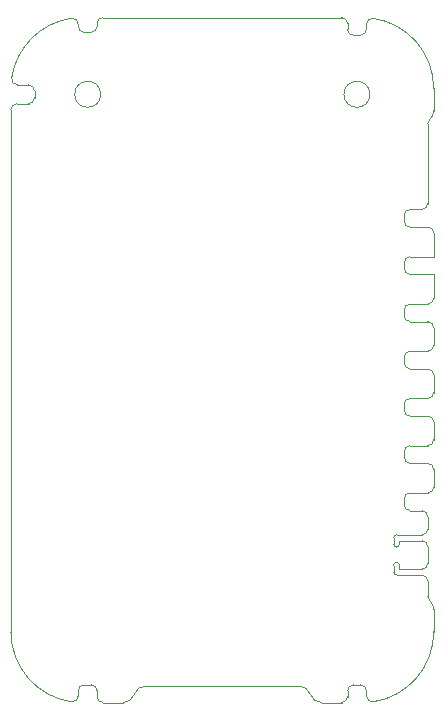
<source format=gm1>
G04 #@! TF.GenerationSoftware,KiCad,Pcbnew,(5.1.10)-1*
G04 #@! TF.CreationDate,2021-07-14T14:20:25+08:00*
G04 #@! TF.ProjectId,BeagleConnect Freedom,42656167-6c65-4436-9f6e-6e6563742046,B*
G04 #@! TF.SameCoordinates,Original*
G04 #@! TF.FileFunction,Profile,NP*
%FSLAX46Y46*%
G04 Gerber Fmt 4.6, Leading zero omitted, Abs format (unit mm)*
G04 Created by KiCad (PCBNEW (5.1.10)-1) date 2021-07-14 14:20:25*
%MOMM*%
%LPD*%
G01*
G04 APERTURE LIST*
G04 #@! TA.AperFunction,Profile*
%ADD10C,0.050000*%
G04 #@! TD*
G04 APERTURE END LIST*
D10*
X291863382Y-48158779D02*
X291863382Y-46158779D01*
X291863382Y-48158779D02*
G75*
G02*
X291363382Y-48658779I-500000J0D01*
G01*
X289863382Y-48658779D02*
X291363382Y-48658779D01*
X289363382Y-49158779D02*
G75*
G02*
X289863382Y-48658779I500000J0D01*
G01*
X289363382Y-49658779D02*
X289363382Y-49158779D01*
X289863382Y-50158779D02*
G75*
G02*
X289363382Y-49658779I0J500000D01*
G01*
X291363382Y-50158779D02*
X289863382Y-50158779D01*
X291363382Y-50158779D02*
G75*
G02*
X291863382Y-50658779I0J-500000D01*
G01*
X291863382Y-52158779D02*
X291863382Y-50658779D01*
X291863382Y-52158779D02*
G75*
G02*
X291363382Y-52658779I-500000J0D01*
G01*
X289863382Y-52658779D02*
X291363382Y-52658779D01*
X289363382Y-53158779D02*
G75*
G02*
X289863382Y-52658779I500000J0D01*
G01*
X289363382Y-53658779D02*
X289363382Y-53158779D01*
X289863382Y-54158779D02*
G75*
G02*
X289363382Y-53658779I0J500000D01*
G01*
X291363382Y-54158779D02*
X289863382Y-54158779D01*
X291363382Y-54158779D02*
G75*
G02*
X291863382Y-54658779I0J-500000D01*
G01*
X291863382Y-56158779D02*
X291863382Y-54658779D01*
X291863382Y-56158779D02*
G75*
G02*
X291363382Y-56658779I-500000J0D01*
G01*
X289863382Y-56658779D02*
X291363382Y-56658779D01*
X289363382Y-57158779D02*
G75*
G02*
X289863382Y-56658779I500000J0D01*
G01*
X289363382Y-57658779D02*
X289363382Y-57158779D01*
X289863382Y-58158779D02*
G75*
G02*
X289363382Y-57658779I0J500000D01*
G01*
X291363382Y-58158779D02*
X289863382Y-58158779D01*
X291363382Y-58158779D02*
G75*
G02*
X291863382Y-58658779I0J-500000D01*
G01*
X291863382Y-60158779D02*
X291863382Y-58658779D01*
X291863382Y-60158779D02*
G75*
G02*
X291363382Y-60658779I-500000J0D01*
G01*
X289863382Y-60658779D02*
X291363382Y-60658779D01*
X289363382Y-61158779D02*
G75*
G02*
X289863382Y-60658779I500000J0D01*
G01*
X289363382Y-61658779D02*
X289363382Y-61158779D01*
X289863382Y-62158779D02*
G75*
G02*
X289363382Y-61658779I0J500000D01*
G01*
X291363382Y-62158779D02*
X289863382Y-62158779D01*
X291363382Y-62158779D02*
G75*
G02*
X291863382Y-62658779I0J-500000D01*
G01*
X291863382Y-64158779D02*
X291863382Y-62658779D01*
X291863382Y-64158779D02*
G75*
G02*
X291363382Y-64658779I-500000J0D01*
G01*
X289863382Y-64658779D02*
X291363382Y-64658779D01*
X289363382Y-65158779D02*
G75*
G02*
X289863382Y-64658779I500000J0D01*
G01*
X289363382Y-65658779D02*
X289363382Y-65158779D01*
X289863382Y-66158779D02*
G75*
G02*
X289363382Y-65658779I0J500000D01*
G01*
X290863382Y-66158779D02*
X289863382Y-66158779D01*
X290863382Y-66158779D02*
G75*
G02*
X291363382Y-66658779I0J-500000D01*
G01*
X291363382Y-67708779D02*
X291363382Y-66658779D01*
X291363382Y-67708779D02*
G75*
G02*
X290863382Y-68208779I-500000J0D01*
G01*
X288713382Y-68208779D02*
X290863382Y-68208779D01*
X288463382Y-68458779D02*
G75*
G02*
X288713382Y-68208779I250000J0D01*
G01*
X288463382Y-69008779D02*
X288463382Y-68458779D01*
X288963382Y-69008779D02*
G75*
G02*
X288463382Y-69008779I-250000J0D01*
G01*
X288963382Y-68708779D02*
X288963382Y-69008779D01*
X290863382Y-68708779D02*
X288963382Y-68708779D01*
X290863382Y-68708779D02*
G75*
G02*
X291363382Y-69208779I0J-500000D01*
G01*
X291363382Y-70608779D02*
X291363382Y-69208779D01*
X291363382Y-70608779D02*
G75*
G02*
X290863382Y-71108779I-500000J0D01*
G01*
X288963382Y-71108779D02*
X290863382Y-71108779D01*
X288963382Y-70808779D02*
X288963382Y-71108779D01*
X288463382Y-70808779D02*
G75*
G02*
X288963382Y-70808779I250000J0D01*
G01*
X288463382Y-71358779D02*
X288463382Y-70808779D01*
X288713382Y-71608779D02*
G75*
G02*
X288463382Y-71358779I0J250000D01*
G01*
X290863382Y-71608779D02*
X288713382Y-71608779D01*
X290863382Y-71608779D02*
G75*
G02*
X291363382Y-72108779I0J-500000D01*
G01*
X291363382Y-73408779D02*
X291363382Y-72108779D01*
X291530049Y-73781457D02*
G75*
G02*
X291363382Y-73408779I333333J372678D01*
G01*
X291530049Y-73781457D02*
G75*
G02*
X291863382Y-74526813I-666667J-745356D01*
G01*
X291863382Y-76408779D02*
X291863382Y-74526813D01*
X291863381Y-76408779D02*
G75*
G02*
X286736109Y-82344968I-5999999J0D01*
G01*
X286736109Y-82344968D02*
G75*
G02*
X286163382Y-81850286I-72727J494682D01*
G01*
X286163382Y-81408779D02*
X286163382Y-81850286D01*
X285663382Y-80908779D02*
G75*
G02*
X286163382Y-81408779I0J-500000D01*
G01*
X285063382Y-80908779D02*
X285663382Y-80908779D01*
X284563382Y-81408779D02*
G75*
G02*
X285063382Y-80908779I500000J0D01*
G01*
X284563382Y-81908779D02*
X284563382Y-81408779D01*
X284563382Y-81908779D02*
G75*
G02*
X284063382Y-82408779I-500000J0D01*
G01*
X282371260Y-82408779D02*
X284063382Y-82408779D01*
X282371260Y-82408779D02*
G75*
G02*
X281417321Y-81708779I0J1000000D01*
G01*
X280463382Y-81008779D02*
G75*
G02*
X281417321Y-81708779I0J-1000000D01*
G01*
X267463382Y-81008779D02*
X280463382Y-81008779D01*
X266509443Y-81708779D02*
G75*
G02*
X267463382Y-81008779I953939J-300000D01*
G01*
X266509442Y-81708779D02*
G75*
G02*
X265555503Y-82408779I-953939J300000D01*
G01*
X263863382Y-82408779D02*
X265555503Y-82408779D01*
X263863382Y-82408779D02*
G75*
G02*
X263363382Y-81908779I0J500000D01*
G01*
X263363382Y-81408779D02*
X263363382Y-81908779D01*
X262863382Y-80908779D02*
G75*
G02*
X263363382Y-81408779I0J-500000D01*
G01*
X262263382Y-80908779D02*
X262863382Y-80908779D01*
X261763382Y-81408779D02*
G75*
G02*
X262263382Y-80908779I500000J0D01*
G01*
X261763382Y-81850286D02*
X261763382Y-81408779D01*
X261763382Y-81850287D02*
G75*
G02*
X261190654Y-82344968I-500000J1D01*
G01*
X261190655Y-82344969D02*
G75*
G02*
X256063382Y-76408779I872727J5936190D01*
G01*
X256063382Y-32208779D02*
X256063382Y-76408779D01*
X256063382Y-32208779D02*
G75*
G02*
X256563382Y-31708779I500000J0D01*
G01*
X257563382Y-31708779D02*
X256563382Y-31708779D01*
X258063382Y-31208779D02*
G75*
G02*
X257563382Y-31708779I-500000J0D01*
G01*
X258063382Y-30608779D02*
X258063382Y-31208779D01*
X257563382Y-30108779D02*
G75*
G02*
X258063382Y-30608779I0J-500000D01*
G01*
X256621874Y-30108779D02*
X257563382Y-30108779D01*
X256621874Y-30108778D02*
G75*
G02*
X256127192Y-29536052I0J499999D01*
G01*
X256127192Y-29536052D02*
G75*
G02*
X261190654Y-24472589I5936190J-872727D01*
G01*
X261190655Y-24472590D02*
G75*
G02*
X261763382Y-24967272I72727J-494682D01*
G01*
X261763382Y-25158779D02*
X261763382Y-24967272D01*
X262263382Y-25658779D02*
G75*
G02*
X261763382Y-25158779I0J500000D01*
G01*
X262863382Y-25658779D02*
X262263382Y-25658779D01*
X263363382Y-25158779D02*
G75*
G02*
X262863382Y-25658779I-500000J0D01*
G01*
X263363382Y-24908779D02*
X263363382Y-25158779D01*
X263363382Y-24908779D02*
G75*
G02*
X263863382Y-24408779I500000J0D01*
G01*
X284063382Y-24408779D02*
X263863382Y-24408779D01*
X284063382Y-24408779D02*
G75*
G02*
X284563382Y-24908779I0J-500000D01*
G01*
X284563382Y-25408779D02*
X284563382Y-24908779D01*
X285063382Y-25908779D02*
G75*
G02*
X284563382Y-25408779I0J500000D01*
G01*
X285663382Y-25908779D02*
X285063382Y-25908779D01*
X286163382Y-25408779D02*
G75*
G02*
X285663382Y-25908779I-500000J0D01*
G01*
X286163382Y-24967272D02*
X286163382Y-25408779D01*
X286163382Y-24967272D02*
G75*
G02*
X286736109Y-24472589I500000J0D01*
G01*
X286736109Y-24472589D02*
G75*
G02*
X291863382Y-30408779I-872727J-5936190D01*
G01*
X291863382Y-32290745D02*
X291863382Y-30408779D01*
X291863382Y-32290746D02*
G75*
G02*
X291530048Y-33036101I-1000000J1D01*
G01*
X291363382Y-33408779D02*
G75*
G02*
X291530048Y-33036101I500000J0D01*
G01*
X291363382Y-40158779D02*
X291363382Y-33408779D01*
X291363382Y-40158779D02*
G75*
G02*
X290863382Y-40658779I-500000J0D01*
G01*
X289863382Y-40658779D02*
X290863382Y-40658779D01*
X289363382Y-41158779D02*
G75*
G02*
X289863382Y-40658779I500000J0D01*
G01*
X289363382Y-41658779D02*
X289363382Y-41158779D01*
X289863382Y-42158779D02*
G75*
G02*
X289363382Y-41658779I0J500000D01*
G01*
X291363382Y-42158779D02*
X289863382Y-42158779D01*
X291363382Y-42158779D02*
G75*
G02*
X291863382Y-42658779I0J-500000D01*
G01*
X291863382Y-44658779D02*
X291863382Y-42658779D01*
X289863382Y-44658779D02*
X291863382Y-44658779D01*
X289363382Y-45158779D02*
G75*
G02*
X289863382Y-44658779I500000J0D01*
G01*
X289363382Y-45658779D02*
X289363382Y-45158779D01*
X289863382Y-46158779D02*
G75*
G02*
X289363382Y-45658779I0J500000D01*
G01*
X291863382Y-46158779D02*
X289863382Y-46158779D01*
X289363382Y-57658779D02*
X289363382Y-57158779D01*
X289863382Y-58158779D02*
G75*
G02*
X289363382Y-57658779I0J500000D01*
G01*
X291363382Y-58158779D02*
X289863382Y-58158779D01*
X291363382Y-58158779D02*
G75*
G02*
X291863382Y-58658779I0J-500000D01*
G01*
X291863382Y-60158779D02*
X291863382Y-58658779D01*
X291863382Y-60158779D02*
G75*
G02*
X291363382Y-60658779I-500000J0D01*
G01*
X289863382Y-60658779D02*
X291363382Y-60658779D01*
X289363382Y-61158779D02*
G75*
G02*
X289863382Y-60658779I500000J0D01*
G01*
X289363382Y-61658779D02*
X289363382Y-61158779D01*
X289863382Y-62158779D02*
G75*
G02*
X289363382Y-61658779I0J500000D01*
G01*
X291363382Y-62158779D02*
X289863382Y-62158779D01*
X291363382Y-62158779D02*
G75*
G02*
X291863382Y-62658779I0J-500000D01*
G01*
X291863382Y-64158779D02*
X291863382Y-62658779D01*
X291863382Y-64158779D02*
G75*
G02*
X291363382Y-64658779I-500000J0D01*
G01*
X289863382Y-64658779D02*
X291363382Y-64658779D01*
X289363382Y-65158779D02*
G75*
G02*
X289863382Y-64658779I500000J0D01*
G01*
X289363382Y-65658779D02*
X289363382Y-65158779D01*
X289863382Y-66158779D02*
G75*
G02*
X289363382Y-65658779I0J500000D01*
G01*
X290863382Y-66158779D02*
X289863382Y-66158779D01*
X290863382Y-66158779D02*
G75*
G02*
X291363382Y-66658779I0J-500000D01*
G01*
X291363382Y-67708779D02*
X291363382Y-66658779D01*
X291363382Y-67708779D02*
G75*
G02*
X290863382Y-68208779I-500000J0D01*
G01*
X288713382Y-68208779D02*
X290863382Y-68208779D01*
X288463382Y-68458779D02*
G75*
G02*
X288713382Y-68208779I250000J0D01*
G01*
X288463382Y-69008779D02*
X288463382Y-68458779D01*
X288963382Y-69008779D02*
G75*
G02*
X288463382Y-69008779I-250000J0D01*
G01*
X288963382Y-68708779D02*
X288963382Y-69008779D01*
X290863382Y-68708779D02*
X288963382Y-68708779D01*
X290863382Y-68708779D02*
G75*
G02*
X291363382Y-69208779I0J-500000D01*
G01*
X291363382Y-70608779D02*
X291363382Y-69208779D01*
X291363382Y-70608779D02*
G75*
G02*
X290863382Y-71108779I-500000J0D01*
G01*
X288963382Y-71108779D02*
X290863382Y-71108779D01*
X288963382Y-70808779D02*
X288963382Y-71108779D01*
X288463382Y-70808779D02*
G75*
G02*
X288963382Y-70808779I250000J0D01*
G01*
X288463382Y-71358779D02*
X288463382Y-70808779D01*
X288713382Y-71608779D02*
G75*
G02*
X288463382Y-71358779I0J250000D01*
G01*
X290863382Y-71608779D02*
X288713382Y-71608779D01*
X290863382Y-71608779D02*
G75*
G02*
X291363382Y-72108779I0J-500000D01*
G01*
X291363382Y-73408779D02*
X291363382Y-72108779D01*
X291530049Y-73781457D02*
G75*
G02*
X291363382Y-73408779I333333J372678D01*
G01*
X291530049Y-73781457D02*
G75*
G02*
X291863382Y-74526813I-666667J-745356D01*
G01*
X291863382Y-76408779D02*
X291863382Y-74526813D01*
X291863381Y-76408779D02*
G75*
G02*
X286736109Y-82344968I-5999999J0D01*
G01*
X286736109Y-82344968D02*
G75*
G02*
X286163382Y-81850286I-72727J494682D01*
G01*
X286163382Y-81408779D02*
X286163382Y-81850286D01*
X285663382Y-80908779D02*
G75*
G02*
X286163382Y-81408779I0J-500000D01*
G01*
X285063382Y-80908779D02*
X285663382Y-80908779D01*
X284563382Y-81408779D02*
G75*
G02*
X285063382Y-80908779I500000J0D01*
G01*
X284563382Y-81908779D02*
X284563382Y-81408779D01*
X284563382Y-81908779D02*
G75*
G02*
X284063382Y-82408779I-500000J0D01*
G01*
X282371260Y-82408779D02*
X284063382Y-82408779D01*
X282371260Y-82408779D02*
G75*
G02*
X281417321Y-81708779I0J1000000D01*
G01*
X280463382Y-81008779D02*
G75*
G02*
X281417321Y-81708779I0J-1000000D01*
G01*
X267463382Y-81008779D02*
X280463382Y-81008779D01*
X266509443Y-81708779D02*
G75*
G02*
X267463382Y-81008779I953939J-300000D01*
G01*
X266509442Y-81708779D02*
G75*
G02*
X265555503Y-82408779I-953939J300000D01*
G01*
X263863382Y-82408779D02*
X265555503Y-82408779D01*
X263863382Y-82408779D02*
G75*
G02*
X263363382Y-81908779I0J500000D01*
G01*
X263363382Y-81408779D02*
X263363382Y-81908779D01*
X262863382Y-80908779D02*
G75*
G02*
X263363382Y-81408779I0J-500000D01*
G01*
X262263382Y-80908779D02*
X262863382Y-80908779D01*
X261763382Y-81408779D02*
G75*
G02*
X262263382Y-80908779I500000J0D01*
G01*
X261763382Y-81850286D02*
X261763382Y-81408779D01*
X261763382Y-81850287D02*
G75*
G02*
X261190654Y-82344968I-500000J1D01*
G01*
X261190655Y-82344969D02*
G75*
G02*
X256063382Y-76408779I872727J5936190D01*
G01*
X256063382Y-32208779D02*
X256063382Y-76408779D01*
X256063382Y-32208779D02*
G75*
G02*
X256563382Y-31708779I500000J0D01*
G01*
X257563382Y-31708779D02*
X256563382Y-31708779D01*
X258063382Y-31208779D02*
G75*
G02*
X257563382Y-31708779I-500000J0D01*
G01*
X258063382Y-30608779D02*
X258063382Y-31208779D01*
X257563382Y-30108779D02*
G75*
G02*
X258063382Y-30608779I0J-500000D01*
G01*
X256621874Y-30108779D02*
X257563382Y-30108779D01*
X256621874Y-30108778D02*
G75*
G02*
X256127192Y-29536052I0J499999D01*
G01*
X256127192Y-29536052D02*
G75*
G02*
X261190654Y-24472589I5936190J-872727D01*
G01*
X261190655Y-24472590D02*
G75*
G02*
X261763382Y-24967272I72727J-494682D01*
G01*
X261763382Y-25158779D02*
X261763382Y-24967272D01*
X262263382Y-25658779D02*
G75*
G02*
X261763382Y-25158779I0J500000D01*
G01*
X262863382Y-25658779D02*
X262263382Y-25658779D01*
X263363382Y-25158779D02*
G75*
G02*
X262863382Y-25658779I-500000J0D01*
G01*
X263363382Y-24908779D02*
X263363382Y-25158779D01*
X263363382Y-24908779D02*
G75*
G02*
X263863382Y-24408779I500000J0D01*
G01*
X284063382Y-24408779D02*
X263863382Y-24408779D01*
X284063382Y-24408779D02*
G75*
G02*
X284563382Y-24908779I0J-500000D01*
G01*
X284563382Y-25408779D02*
X284563382Y-24908779D01*
X285063382Y-25908779D02*
G75*
G02*
X284563382Y-25408779I0J500000D01*
G01*
X285663382Y-25908779D02*
X285063382Y-25908779D01*
X286163382Y-25408779D02*
G75*
G02*
X285663382Y-25908779I-500000J0D01*
G01*
X286163382Y-24967272D02*
X286163382Y-25408779D01*
X286163382Y-24967272D02*
G75*
G02*
X286736109Y-24472589I500000J0D01*
G01*
X286736109Y-24472589D02*
G75*
G02*
X291863382Y-30408779I-872727J-5936190D01*
G01*
X291863382Y-32290745D02*
X291863382Y-30408779D01*
X291863382Y-32290746D02*
G75*
G02*
X291530048Y-33036101I-1000000J1D01*
G01*
X291363382Y-33408779D02*
G75*
G02*
X291530048Y-33036101I500000J0D01*
G01*
X291363382Y-40158779D02*
X291363382Y-33408779D01*
X291363382Y-40158779D02*
G75*
G02*
X290863382Y-40658779I-500000J0D01*
G01*
X289863382Y-40658779D02*
X290863382Y-40658779D01*
X289363382Y-41158779D02*
G75*
G02*
X289863382Y-40658779I500000J0D01*
G01*
X289363382Y-41658779D02*
X289363382Y-41158779D01*
X289863382Y-42158779D02*
G75*
G02*
X289363382Y-41658779I0J500000D01*
G01*
X291363382Y-42158779D02*
X289863382Y-42158779D01*
X291363382Y-42158779D02*
G75*
G02*
X291863382Y-42658779I0J-500000D01*
G01*
X291863382Y-44658779D02*
X291863382Y-42658779D01*
X289863382Y-44658779D02*
X291863382Y-44658779D01*
X289363382Y-45158779D02*
G75*
G02*
X289863382Y-44658779I500000J0D01*
G01*
X289363382Y-45658779D02*
X289363382Y-45158779D01*
X289863382Y-46158779D02*
G75*
G02*
X289363382Y-45658779I0J500000D01*
G01*
X291863382Y-46158779D02*
X289863382Y-46158779D01*
X291863382Y-48158779D02*
X291863382Y-46158779D01*
X291863382Y-48158779D02*
G75*
G02*
X291363382Y-48658779I-500000J0D01*
G01*
X289863382Y-48658779D02*
X291363382Y-48658779D01*
X289363382Y-49158779D02*
G75*
G02*
X289863382Y-48658779I500000J0D01*
G01*
X289363382Y-49658779D02*
X289363382Y-49158779D01*
X289863382Y-50158779D02*
G75*
G02*
X289363382Y-49658779I0J500000D01*
G01*
X291363382Y-50158779D02*
X289863382Y-50158779D01*
X291363382Y-50158779D02*
G75*
G02*
X291863382Y-50658779I0J-500000D01*
G01*
X291863382Y-52158779D02*
X291863382Y-50658779D01*
X291863382Y-52158779D02*
G75*
G02*
X291363382Y-52658779I-500000J0D01*
G01*
X289863382Y-52658779D02*
X291363382Y-52658779D01*
X289363382Y-53158779D02*
G75*
G02*
X289863382Y-52658779I500000J0D01*
G01*
X289363382Y-53658779D02*
X289363382Y-53158779D01*
X289863382Y-54158779D02*
G75*
G02*
X289363382Y-53658779I0J500000D01*
G01*
X291363382Y-54158779D02*
X289863382Y-54158779D01*
X291363382Y-54158779D02*
G75*
G02*
X291863382Y-54658779I0J-500000D01*
G01*
X291863382Y-56158779D02*
X291863382Y-54658779D01*
X291863382Y-56158779D02*
G75*
G02*
X291363382Y-56658779I-500000J0D01*
G01*
X289863382Y-56658779D02*
X291363382Y-56658779D01*
X289363382Y-57158779D02*
G75*
G02*
X289863382Y-56658779I500000J0D01*
G01*
X286463382Y-30908779D02*
G75*
G03*
X286463382Y-30908779I-1100000J0D01*
G01*
X263663382Y-30908779D02*
G75*
G03*
X263663382Y-30908779I-1100000J0D01*
G01*
X286463382Y-30908779D02*
G75*
G03*
X286463382Y-30908779I-1100000J0D01*
G01*
X263663382Y-30908779D02*
G75*
G03*
X263663382Y-30908779I-1100000J0D01*
G01*
M02*

</source>
